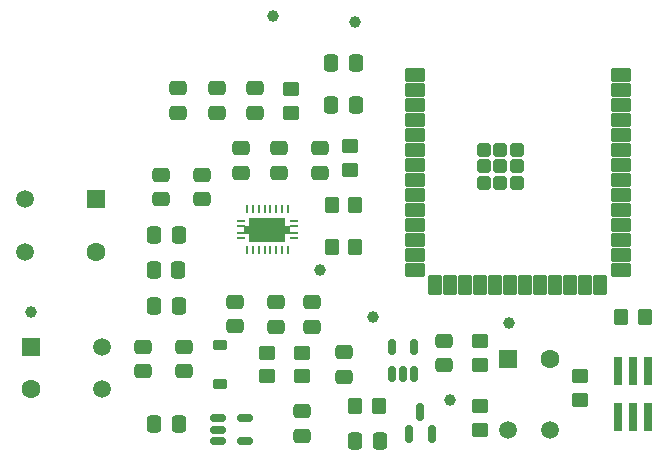
<source format=gts>
%TF.GenerationSoftware,KiCad,Pcbnew,9.0.3*%
%TF.CreationDate,2025-09-14T12:06:08+10:00*%
%TF.ProjectId,WashingLineMonitor-P0001,57617368-696e-4674-9c69-6e654d6f6e69,AB*%
%TF.SameCoordinates,Original*%
%TF.FileFunction,Soldermask,Top*%
%TF.FilePolarity,Negative*%
%FSLAX46Y46*%
G04 Gerber Fmt 4.6, Leading zero omitted, Abs format (unit mm)*
G04 Created by KiCad (PCBNEW 9.0.3) date 2025-09-14 12:06:08*
%MOMM*%
%LPD*%
G01*
G04 APERTURE LIST*
G04 Aperture macros list*
%AMRoundRect*
0 Rectangle with rounded corners*
0 $1 Rounding radius*
0 $2 $3 $4 $5 $6 $7 $8 $9 X,Y pos of 4 corners*
0 Add a 4 corners polygon primitive as box body*
4,1,4,$2,$3,$4,$5,$6,$7,$8,$9,$2,$3,0*
0 Add four circle primitives for the rounded corners*
1,1,$1+$1,$2,$3*
1,1,$1+$1,$4,$5*
1,1,$1+$1,$6,$7*
1,1,$1+$1,$8,$9*
0 Add four rect primitives between the rounded corners*
20,1,$1+$1,$2,$3,$4,$5,0*
20,1,$1+$1,$4,$5,$6,$7,0*
20,1,$1+$1,$6,$7,$8,$9,0*
20,1,$1+$1,$8,$9,$2,$3,0*%
%AMFreePoly0*
4,1,13,0.375000,1.525000,1.025000,1.525000,1.025000,-1.525000,0.375000,-1.525000,0.375000,-1.925000,-0.375000,-1.925000,-0.375000,-1.525000,-1.025000,-1.525000,-1.025000,1.525000,-0.375000,1.525000,-0.375000,1.925000,0.375000,1.925000,0.375000,1.525000,0.375000,1.525000,$1*%
G04 Aperture macros list end*
%ADD10RoundRect,0.250000X-0.450000X0.350000X-0.450000X-0.350000X0.450000X-0.350000X0.450000X0.350000X0*%
%ADD11RoundRect,0.250000X0.337500X0.475000X-0.337500X0.475000X-0.337500X-0.475000X0.337500X-0.475000X0*%
%ADD12RoundRect,0.250000X0.475000X-0.337500X0.475000X0.337500X-0.475000X0.337500X-0.475000X-0.337500X0*%
%ADD13RoundRect,0.250000X-0.337500X-0.475000X0.337500X-0.475000X0.337500X0.475000X-0.337500X0.475000X0*%
%ADD14C,1.000000*%
%ADD15RoundRect,0.250000X-0.475000X0.337500X-0.475000X-0.337500X0.475000X-0.337500X0.475000X0.337500X0*%
%ADD16RoundRect,0.250000X0.450000X-0.350000X0.450000X0.350000X-0.450000X0.350000X-0.450000X-0.350000X0*%
%ADD17RoundRect,0.050400X0.324600X-0.069600X0.324600X0.069600X-0.324600X0.069600X-0.324600X-0.069600X0*%
%ADD18RoundRect,0.050400X0.069600X-0.324600X0.069600X0.324600X-0.069600X0.324600X-0.069600X-0.324600X0*%
%ADD19RoundRect,0.050000X0.325000X-0.050000X0.325000X0.050000X-0.325000X0.050000X-0.325000X-0.050000X0*%
%ADD20FreePoly0,90.000000*%
%ADD21RoundRect,0.225000X0.375000X-0.225000X0.375000X0.225000X-0.375000X0.225000X-0.375000X-0.225000X0*%
%ADD22C,1.500000*%
%ADD23RoundRect,0.250000X-0.550000X-0.550000X0.550000X-0.550000X0.550000X0.550000X-0.550000X0.550000X0*%
%ADD24C,1.600000*%
%ADD25RoundRect,0.250000X-0.350000X-0.450000X0.350000X-0.450000X0.350000X0.450000X-0.350000X0.450000X0*%
%ADD26RoundRect,0.150000X0.150000X-0.512500X0.150000X0.512500X-0.150000X0.512500X-0.150000X-0.512500X0*%
%ADD27RoundRect,0.250000X0.350000X0.450000X-0.350000X0.450000X-0.350000X-0.450000X0.350000X-0.450000X0*%
%ADD28RoundRect,0.150000X-0.512500X-0.150000X0.512500X-0.150000X0.512500X0.150000X-0.512500X0.150000X0*%
%ADD29R,0.740000X2.400000*%
%ADD30RoundRect,0.102000X-0.750000X-0.450000X0.750000X-0.450000X0.750000X0.450000X-0.750000X0.450000X0*%
%ADD31RoundRect,0.102000X-0.450000X-0.750000X0.450000X-0.750000X0.450000X0.750000X-0.450000X0.750000X0*%
%ADD32RoundRect,0.102000X-0.450000X-0.450000X0.450000X-0.450000X0.450000X0.450000X-0.450000X0.450000X0*%
%ADD33RoundRect,0.150000X0.150000X-0.587500X0.150000X0.587500X-0.150000X0.587500X-0.150000X-0.587500X0*%
%ADD34RoundRect,0.250000X-0.550000X0.550000X-0.550000X-0.550000X0.550000X-0.550000X0.550000X0.550000X0*%
G04 APERTURE END LIST*
D10*
%TO.C,R1*%
X78500000Y-50500000D03*
X78500000Y-52500000D03*
%TD*%
D11*
%TO.C,C1*%
X68037500Y-21500000D03*
X65962500Y-21500000D03*
%TD*%
D12*
%TO.C,C18*%
X53500000Y-47537500D03*
X53500000Y-45462500D03*
%TD*%
D13*
%TO.C,C5*%
X50962500Y-36000000D03*
X53037500Y-36000000D03*
%TD*%
D12*
%TO.C,C9*%
X65000000Y-30747500D03*
X65000000Y-28672500D03*
%TD*%
D14*
%TO.C,BattMeas1*%
X69500000Y-43000000D03*
%TD*%
D15*
%TO.C,C19*%
X75500000Y-44962500D03*
X75500000Y-47037500D03*
%TD*%
D11*
%TO.C,C23*%
X70037500Y-53500000D03*
X67962500Y-53500000D03*
%TD*%
D15*
%TO.C,C22*%
X67000000Y-45962500D03*
X67000000Y-48037500D03*
%TD*%
D16*
%TO.C,R9*%
X62500000Y-25650000D03*
X62500000Y-23650000D03*
%TD*%
D10*
%TO.C,R3*%
X60500000Y-46000000D03*
X60500000Y-48000000D03*
%TD*%
D14*
%TO.C,SenseOut1*%
X81000000Y-43500000D03*
%TD*%
D17*
%TO.C,U6*%
X58325000Y-36310000D03*
D18*
X58800000Y-37285000D03*
X59300000Y-37285000D03*
X59800000Y-37285000D03*
X60300000Y-37285000D03*
X60800000Y-37285000D03*
X61300000Y-37285000D03*
X61800000Y-37285000D03*
X62300000Y-37285000D03*
D17*
X62775000Y-36310000D03*
X62775000Y-34810000D03*
D18*
X62300000Y-33835000D03*
X61800000Y-33835000D03*
X61300000Y-33835000D03*
X60800000Y-33835000D03*
X60300000Y-33835000D03*
X59800000Y-33835000D03*
X59300000Y-33835000D03*
X58800000Y-33835000D03*
D17*
X58325000Y-34810000D03*
D19*
X58325000Y-35835000D03*
X62775000Y-35835000D03*
D20*
X60550000Y-35560000D03*
D19*
X58325000Y-35285000D03*
X62775000Y-35285000D03*
%TD*%
D13*
%TO.C,C3*%
X50962500Y-42000000D03*
X53037500Y-42000000D03*
%TD*%
D10*
%TO.C,R2*%
X87000000Y-48000000D03*
X87000000Y-50000000D03*
%TD*%
D14*
%TO.C,Vbatt1*%
X40500000Y-42550000D03*
%TD*%
D12*
%TO.C,C11*%
X57800000Y-43747500D03*
X57800000Y-41672500D03*
%TD*%
D15*
%TO.C,C13*%
X61300000Y-41710000D03*
X61300000Y-43785000D03*
%TD*%
D21*
%TO.C,D1*%
X56500000Y-48650000D03*
X56500000Y-45350000D03*
%TD*%
D22*
%TO.C,J1*%
X80900000Y-52500000D03*
X84500000Y-52500000D03*
D23*
X80900000Y-46500000D03*
D24*
X84500000Y-46500000D03*
%TD*%
D10*
%TO.C,R10*%
X67500000Y-28500000D03*
X67500000Y-30500000D03*
%TD*%
D14*
%TO.C,3V3*%
X68000000Y-18000000D03*
%TD*%
%TO.C,Vsense1*%
X76000000Y-50000000D03*
%TD*%
D15*
%TO.C,C14*%
X53000000Y-23612500D03*
X53000000Y-25687500D03*
%TD*%
D11*
%TO.C,C2*%
X68037500Y-25000000D03*
X65962500Y-25000000D03*
%TD*%
D13*
%TO.C,C4*%
X50925000Y-39000000D03*
X53000000Y-39000000D03*
%TD*%
D25*
%TO.C,R11*%
X68000000Y-50500000D03*
X70000000Y-50500000D03*
%TD*%
D14*
%TO.C,GND1*%
X61000000Y-17500000D03*
%TD*%
%TO.C,AD-EN1*%
X65000000Y-39000000D03*
%TD*%
D25*
%TO.C,R5*%
X90500000Y-43000000D03*
X92500000Y-43000000D03*
%TD*%
D12*
%TO.C,C7*%
X51500000Y-33000000D03*
X51500000Y-30925000D03*
%TD*%
D16*
%TO.C,R6*%
X78500000Y-47000000D03*
X78500000Y-45000000D03*
%TD*%
D26*
%TO.C,U2*%
X71050000Y-47775000D03*
X72000000Y-47775000D03*
X72950000Y-47775000D03*
X72950000Y-45500000D03*
X71050000Y-45500000D03*
%TD*%
D12*
%TO.C,C17*%
X50000000Y-47537500D03*
X50000000Y-45462500D03*
%TD*%
D15*
%TO.C,C6*%
X55000000Y-30925000D03*
X55000000Y-33000000D03*
%TD*%
D13*
%TO.C,C20*%
X50962500Y-52000000D03*
X53037500Y-52000000D03*
%TD*%
D15*
%TO.C,C15*%
X59500000Y-23612500D03*
X59500000Y-25687500D03*
%TD*%
%TO.C,C21*%
X63500000Y-50962500D03*
X63500000Y-53037500D03*
%TD*%
D10*
%TO.C,R4*%
X63500000Y-46000000D03*
X63500000Y-48000000D03*
%TD*%
D27*
%TO.C,R8*%
X68000000Y-37000000D03*
X66000000Y-37000000D03*
%TD*%
D15*
%TO.C,C12*%
X64300000Y-41710000D03*
X64300000Y-43785000D03*
%TD*%
D12*
%TO.C,C10*%
X61500000Y-30747500D03*
X61500000Y-28672500D03*
%TD*%
D28*
%TO.C,U4*%
X56362500Y-51550000D03*
X56362500Y-52500000D03*
X56362500Y-53450000D03*
X58637500Y-53450000D03*
X58637500Y-51550000D03*
%TD*%
D15*
%TO.C,C16*%
X56310000Y-23612500D03*
X56310000Y-25687500D03*
%TD*%
D29*
%TO.C,J3*%
X90230000Y-51450000D03*
X90230000Y-47550000D03*
X91500000Y-51450000D03*
X91500000Y-47550000D03*
X92770000Y-51450000D03*
X92770000Y-47550000D03*
%TD*%
D30*
%TO.C,U1*%
X73000000Y-22500000D03*
X73000000Y-23770000D03*
X73000000Y-25040000D03*
X73000000Y-26310000D03*
X73000000Y-27580000D03*
X73000000Y-28850000D03*
X73000000Y-30120000D03*
X73000000Y-31390000D03*
X73000000Y-32660000D03*
X73000000Y-33930000D03*
X73000000Y-35200000D03*
X73000000Y-36470000D03*
X73000000Y-37740000D03*
X73000000Y-39010000D03*
D31*
X74765000Y-40260000D03*
X76035000Y-40260000D03*
X77305000Y-40260000D03*
X78575000Y-40260000D03*
X79845000Y-40260000D03*
X81115000Y-40260000D03*
X82385000Y-40260000D03*
X83655000Y-40260000D03*
X84925000Y-40260000D03*
X86195000Y-40260000D03*
X87465000Y-40260000D03*
X88735000Y-40260000D03*
D30*
X90500000Y-39010000D03*
X90500000Y-37740000D03*
X90500000Y-36470000D03*
X90500000Y-35200000D03*
X90500000Y-33930000D03*
X90500000Y-32660000D03*
X90500000Y-31390000D03*
X90500000Y-30120000D03*
X90500000Y-28850000D03*
X90500000Y-27580000D03*
X90500000Y-26310000D03*
X90500000Y-25040000D03*
X90500000Y-23770000D03*
X90500000Y-22500000D03*
D32*
X78850000Y-28820000D03*
X80250000Y-28820000D03*
X81650000Y-28820000D03*
X78850000Y-30220000D03*
X80250000Y-30220000D03*
X81650000Y-30220000D03*
X78850000Y-31620000D03*
X80250000Y-31620000D03*
X81650000Y-31620000D03*
%TD*%
D33*
%TO.C,D2*%
X72550000Y-52875000D03*
X74450000Y-52875000D03*
X73500000Y-51000000D03*
%TD*%
D22*
%TO.C,L1*%
X40000000Y-33000000D03*
X40000000Y-37500000D03*
D34*
X46000000Y-33000000D03*
D24*
X46000000Y-37500000D03*
%TD*%
D12*
%TO.C,C8*%
X58300000Y-30747500D03*
X58300000Y-28672500D03*
%TD*%
D27*
%TO.C,R7*%
X68000000Y-33500000D03*
X66000000Y-33500000D03*
%TD*%
D22*
%TO.C,BT3*%
X46500000Y-45500000D03*
X46500000Y-49100000D03*
D34*
X40500000Y-45500000D03*
D24*
X40500000Y-49100000D03*
%TD*%
M02*

</source>
